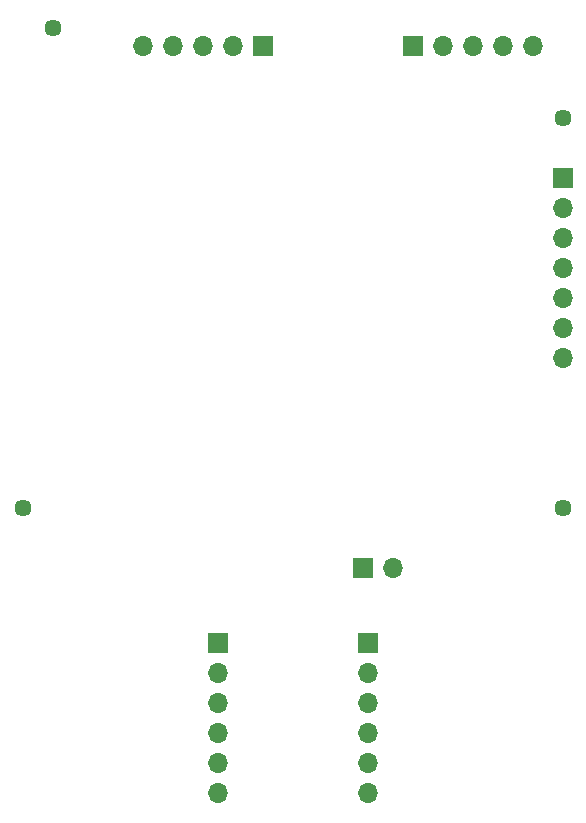
<source format=gbs>
G04 #@! TF.GenerationSoftware,KiCad,Pcbnew,(6.0.1-0)*
G04 #@! TF.CreationDate,2023-09-18T16:52:30-04:00*
G04 #@! TF.ProjectId,Breadboard-1,42726561-6462-46f6-9172-642d312e6b69,rev?*
G04 #@! TF.SameCoordinates,Original*
G04 #@! TF.FileFunction,Soldermask,Bot*
G04 #@! TF.FilePolarity,Negative*
%FSLAX46Y46*%
G04 Gerber Fmt 4.6, Leading zero omitted, Abs format (unit mm)*
G04 Created by KiCad (PCBNEW (6.0.1-0)) date 2023-09-18 16:52:30*
%MOMM*%
%LPD*%
G01*
G04 APERTURE LIST*
%ADD10R,1.700000X1.700000*%
%ADD11O,1.700000X1.700000*%
%ADD12C,1.448000*%
G04 APERTURE END LIST*
D10*
X99060000Y-66035000D03*
D11*
X99060000Y-68575000D03*
X99060000Y-71115000D03*
X99060000Y-73655000D03*
X99060000Y-76195000D03*
X99060000Y-78735000D03*
X99060000Y-81275000D03*
D10*
X82164000Y-99060000D03*
D11*
X84704000Y-99060000D03*
D12*
X99060000Y-93980000D03*
X55880000Y-53340000D03*
X99060000Y-60960000D03*
X53340000Y-93980000D03*
D10*
X73660000Y-54864000D03*
D11*
X71120000Y-54864000D03*
X68580000Y-54864000D03*
X66040000Y-54864000D03*
X63500000Y-54864000D03*
D10*
X86360000Y-54864000D03*
D11*
X88900000Y-54864000D03*
X91440000Y-54864000D03*
X93980000Y-54864000D03*
X96520000Y-54864000D03*
D10*
X69850000Y-105410000D03*
D11*
X69850000Y-107950000D03*
X69850000Y-110490000D03*
X69850000Y-113030000D03*
X69850000Y-115570000D03*
X69850000Y-118110000D03*
D10*
X82550000Y-105410000D03*
D11*
X82550000Y-107950000D03*
X82550000Y-110490000D03*
X82550000Y-113030000D03*
X82550000Y-115570000D03*
X82550000Y-118110000D03*
M02*

</source>
